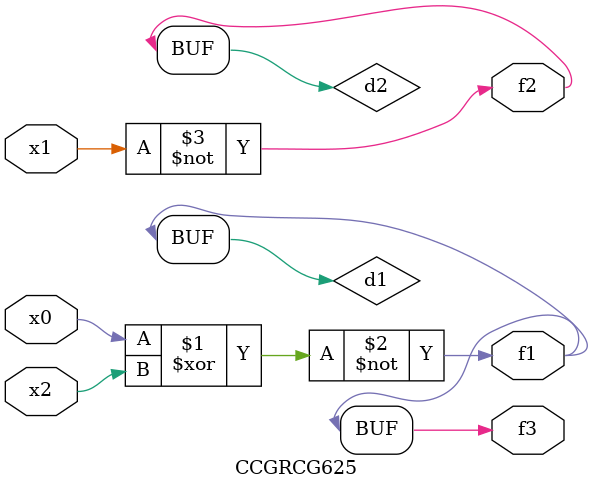
<source format=v>
module CCGRCG625(
	input x0, x1, x2,
	output f1, f2, f3
);

	wire d1, d2, d3;

	xnor (d1, x0, x2);
	nand (d2, x1);
	nor (d3, x1, x2);
	assign f1 = d1;
	assign f2 = d2;
	assign f3 = d1;
endmodule

</source>
